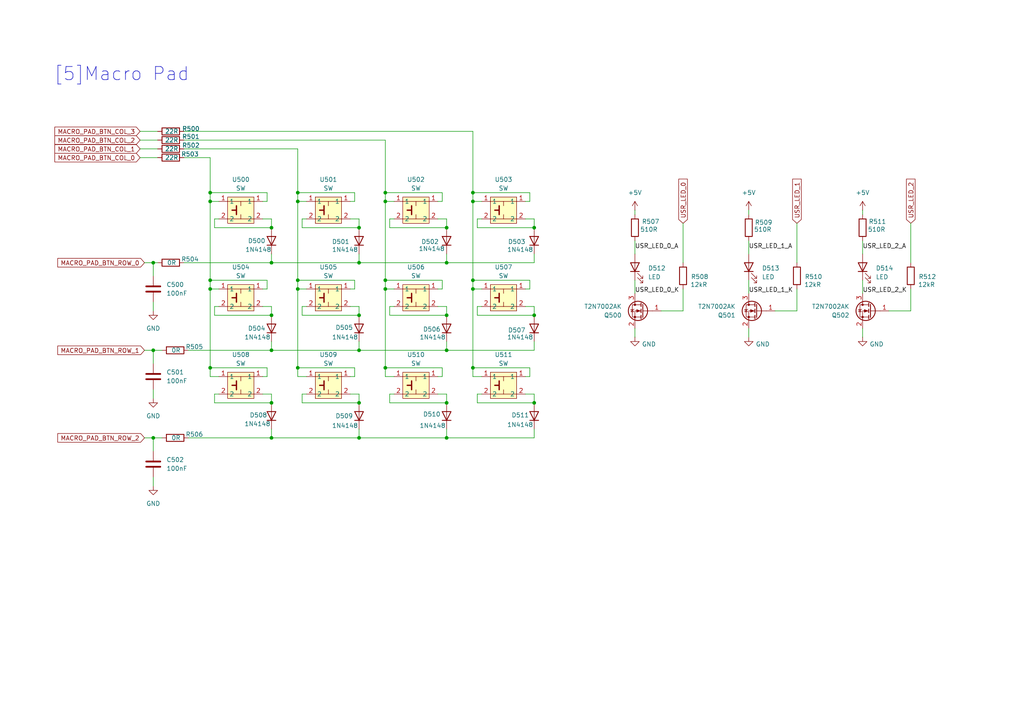
<source format=kicad_sch>
(kicad_sch (version 20231120) (generator "eeschema") (generator_version "8.0")
  (paper "A4")
  (lib_symbols
    (symbol "Device:C" (pin_numbers hide) (pin_names (offset 0.254))
      (property "Reference" "C" (at 0.635 2.54 0))
      (property "Value" "C" (at 0.635 -2.54 0))
      (symbol "C_0_1"
        (polyline (pts (xy -2.032 -0.762) (xy 2.032 -0.762)) (stroke (width 0.508)))
        (polyline (pts (xy -2.032 0.762) (xy 2.032 0.762)) (stroke (width 0.508)))
      )
      (symbol "C_1_1"
        (pin passive line (at 0 3.81 270) (length 2.794) (name "~") (number "1"))
        (pin passive line (at 0 -3.81 90) (length 2.794) (name "~") (number "2"))
      )
    )
    (symbol "Device:D" (pin_numbers hide) (pin_names (offset 1.016) hide)
      (property "Reference" "D" (at 0 2.54 0))
      (property "Value" "D" (at 0 -2.54 0))
      (symbol "D_0_1"
        (polyline (pts (xy -1.27 1.27) (xy -1.27 -1.27)) (stroke (width 0.254)))
        (polyline (pts (xy 1.27 0) (xy -1.27 0)))
        (polyline (pts (xy 1.27 1.27) (xy 1.27 -1.27) (xy -1.27 0) (xy 1.27 1.27)) (stroke (width 0.254)))
      )
      (symbol "D_1_1"
        (pin passive line (at -3.81 0 0) (length 2.54) (name "K") (number "1"))
        (pin passive line (at 3.81 0 180) (length 2.54) (name "A") (number "2"))
      )
    )
    (symbol "Device:LED" (pin_numbers hide) (pin_names (offset 1.016) hide)
      (property "Reference" "D" (at 0 2.54 0))
      (property "Value" "LED" (at 0 -2.54 0))
      (symbol "LED_0_1"
        (polyline (pts (xy -1.27 -1.27) (xy -1.27 1.27)) (stroke (width 0.254)))
        (polyline (pts (xy -1.27 0) (xy 1.27 0)))
        (polyline (pts (xy 1.27 -1.27) (xy 1.27 1.27) (xy -1.27 0) (xy 1.27 -1.27)) (stroke (width 0.254)))
        (polyline (pts (xy -3.048 -0.762) (xy -4.572 -2.286) (xy -3.81 -2.286) (xy -4.572 -2.286) (xy -4.572 -1.524)))
        (polyline (pts (xy -1.778 -0.762) (xy -3.302 -2.286) (xy -2.54 -2.286) (xy -3.302 -2.286) (xy -3.302 -1.524)))
      )
      (symbol "LED_1_1"
        (pin passive line (at -3.81 0 0) (length 2.54) (name "K") (number "1"))
        (pin passive line (at 3.81 0 180) (length 2.54) (name "A") (number "2"))
      )
    )
    (symbol "Device:R" (pin_numbers hide) (pin_names (offset 0))
      (property "Reference" "R" (at 2.032 0 90))
      (property "Value" "R" (at 0 0 90))
      (symbol "R_0_1"
        (rectangle (start -1.016 -2.54) (end 1.016 2.54) (stroke (width 0.254)))
      )
      (symbol "R_1_1"
        (pin passive line (at 0 3.81 270) (length 1.27) (name "~") (number "1"))
        (pin passive line (at 0 -3.81 90) (length 1.27) (name "~") (number "2"))
      )
    )
    (symbol "SW_PUSH_6mm_H5mm_3"
      (property "Reference" "U" (at 0 5.842 0))
      (property "Value" "SW" (at 0 3.81 0))
      (symbol "SW_PUSH_6mm_H5mm_3_0_1"
        (polyline (pts (xy -3.81 -3.81) (xy 3.81 -3.81)))
        (polyline (pts (xy -3.81 1.27) (xy 3.81 1.27)))
        (polyline (pts (xy 0 -3.81) (xy 0 -2.54)))
        (polyline (pts (xy 0 1.27) (xy 0 0)))
      )
      (symbol "SW_PUSH_6mm_H5mm_3_1_1"
        (rectangle (start -3.81 2.54) (end 3.81 -5.08) (fill (type background)))
        (polyline (pts (xy -2.54 -1.27) (xy -1.27 -1.27) (xy -1.27 0) (xy -1.27 -2.54)) (stroke (width 0.381)))
        (pin passive line (at -6.35 1.27 0) (length 2.54) (name "1") (number "1"))
        (pin passive line (at 6.35 1.27 180) (length 2.54) (name "1") (number "1"))
        (pin passive line (at -6.35 -3.81 0) (length 2.54) (name "2") (number "2"))
        (pin passive line (at 6.35 -3.81 180) (length 2.54) (name "2") (number "2"))
      )
    )
    (symbol "SW_PUSH_6mm_H5mm_4"
      (property "Reference" "U" (at 0 5.842 0))
      (property "Value" "SW" (at 0 3.81 0))
      (symbol "SW_PUSH_6mm_H5mm_4_0_1"
        (polyline (pts (xy -3.81 -3.81) (xy 3.81 -3.81)))
        (polyline (pts (xy -3.81 1.27) (xy 3.81 1.27)))
        (polyline (pts (xy 0 -3.81) (xy 0 -2.54)))
        (polyline (pts (xy 0 1.27) (xy 0 0)))
      )
      (symbol "SW_PUSH_6mm_H5mm_4_1_1"
        (rectangle (start -3.81 2.54) (end 3.81 -5.08) (fill (type background)))
        (polyline (pts (xy -2.54 -1.27) (xy -1.27 -1.27) (xy -1.27 0) (xy -1.27 -2.54)) (stroke (width 0.381)))
        (pin passive line (at -6.35 1.27 0) (length 2.54) (name "1") (number "1"))
        (pin passive line (at 6.35 1.27 180) (length 2.54) (name "1") (number "1"))
        (pin passive line (at -6.35 -3.81 0) (length 2.54) (name "2") (number "2"))
        (pin passive line (at 6.35 -3.81 180) (length 2.54) (name "2") (number "2"))
      )
    )
    (symbol "Transistor_FET:T2N7002AK" (pin_names hide)
      (property "Reference" "Q" (at 5.08 1.905 0))
      (property "Value" "T2N7002AK" (at 5.08 0 0))
      (symbol "T2N7002AK_0_1"
        (polyline (pts (xy 0.254 0) (xy -2.54 0)))
        (polyline (pts (xy 0.254 1.905) (xy 0.254 -1.905)) (stroke (width 0.254)))
        (polyline (pts (xy 0.762 -1.27) (xy 0.762 -2.286)) (stroke (width 0.254)))
        (polyline (pts (xy 0.762 0.508) (xy 0.762 -0.508)) (stroke (width 0.254)))
        (polyline (pts (xy 0.762 2.286) (xy 0.762 1.27)) (stroke (width 0.254)))
        (polyline (pts (xy 2.54 2.54) (xy 2.54 1.778)))
        (polyline (pts (xy 2.54 -2.54) (xy 2.54 0) (xy 0.762 0)))
        (polyline (pts (xy 0.762 -1.778) (xy 3.302 -1.778) (xy 3.302 1.778) (xy 0.762 1.778)))
        (polyline (pts (xy 1.016 0) (xy 2.032 0.381) (xy 2.032 -0.381) (xy 1.016 0)) (fill (type outline)))
        (polyline (pts (xy 2.794 0.508) (xy 2.921 0.381) (xy 3.683 0.381) (xy 3.81 0.254)))
        (polyline (pts (xy 3.302 0.381) (xy 2.921 -0.254) (xy 3.683 -0.254) (xy 3.302 0.381)))
        (circle (center 1.651 0) (radius 2.794) (stroke (width 0.254)))
        (circle (center 2.54 -1.778) (radius 0.254) (fill (type outline)))
        (circle (center 2.54 1.778) (radius 0.254) (fill (type outline)))
      )
      (symbol "T2N7002AK_1_1"
        (pin input line (at -5.08 0 0) (length 2.54) (name "G") (number "1"))
        (pin passive line (at 2.54 -5.08 90) (length 2.54) (name "S") (number "2"))
        (pin passive line (at 2.54 5.08 270) (length 2.54) (name "D") (number "3"))
      )
    )
    (symbol "power:+5V" (power) (pin_numbers hide) (pin_names (offset 0) hide)
      (property "Value" "+5V" (at 0 3.556 0))
      (symbol "+5V_0_1"
        (polyline (pts (xy -0.762 1.27) (xy 0 2.54)))
        (polyline (pts (xy 0 0) (xy 0 2.54)))
        (polyline (pts (xy 0 2.54) (xy 0.762 1.27)))
      )
      (symbol "+5V_1_1"
        (pin power_in line (at 0 0 90) (length 0) (name "~") (number "1"))
      )
    )
    (symbol "power:GND" (power) (pin_numbers hide) (pin_names (offset 0) hide)
      (property "Value" "GND" (at 0 -3.81 0))
      (symbol "GND_0_1"
        (polyline (pts (xy 0 0) (xy 0 -1.27) (xy 1.27 -1.27) (xy 0 -2.54) (xy -1.27 -1.27) (xy 0 -1.27)))
      )
      (symbol "GND_1_1"
        (pin power_in line (at 0 0 270) (length 0) (name "~") (number "1"))
      )
    )
    (symbol "rpi_pico_media_board:SW_PUSH_6mm_H5mm"
      (property "Reference" "U" (at 0 5.842 0))
      (property "Value" "SW" (at 0 3.81 0))
      (symbol "SW_PUSH_6mm_H5mm_0_1"
        (polyline (pts (xy -3.81 -3.81) (xy 3.81 -3.81)))
        (polyline (pts (xy -3.81 1.27) (xy 3.81 1.27)))
        (polyline (pts (xy 0 -3.81) (xy 0 -2.54)))
        (polyline (pts (xy 0 1.27) (xy 0 0)))
      )
      (symbol "SW_PUSH_6mm_H5mm_1_1"
        (rectangle (start -3.81 2.54) (end 3.81 -5.08) (fill (type background)))
        (polyline (pts (xy -2.54 -1.27) (xy -1.27 -1.27) (xy -1.27 0) (xy -1.27 -2.54)) (stroke (width 0.381)))
        (pin passive line (at -6.35 1.27 0) (length 2.54) (name "1") (number "1"))
        (pin passive line (at 6.35 1.27 180) (length 2.54) (name "1") (number "1"))
        (pin passive line (at -6.35 -3.81 0) (length 2.54) (name "2") (number "2"))
        (pin passive line (at 6.35 -3.81 180) (length 2.54) (name "2") (number "2"))
      )
    )
  )
  (junction (at 60.96 81.28))
  (junction (at 111.76 58.42))
  (junction (at 111.76 83.82))
  (junction (at 137.16 55.88))
  (junction (at 154.94 116.84))
  (junction (at 104.14 66.04))
  (junction (at 78.74 116.84))
  (junction (at 111.76 106.68))
  (junction (at 129.54 76.2))
  (junction (at 137.16 58.42))
  (junction (at 44.45 76.2))
  (junction (at 86.36 58.42))
  (junction (at 78.74 101.6))
  (junction (at 44.45 127))
  (junction (at 111.76 81.28))
  (junction (at 154.94 66.04))
  (junction (at 137.16 83.82))
  (junction (at 104.14 101.6))
  (junction (at 137.16 106.68))
  (junction (at 78.74 91.44))
  (junction (at 104.14 116.84))
  (junction (at 111.76 55.88))
  (junction (at 104.14 76.2))
  (junction (at 60.96 55.88))
  (junction (at 129.54 127))
  (junction (at 60.96 58.42))
  (junction (at 86.36 106.68))
  (junction (at 78.74 127))
  (junction (at 104.14 91.44))
  (junction (at 129.54 116.84))
  (junction (at 86.36 83.82))
  (junction (at 154.94 91.44))
  (junction (at 44.45 101.6))
  (junction (at 86.36 81.28))
  (junction (at 60.96 106.68))
  (junction (at 78.74 66.04))
  (junction (at 137.16 81.28))
  (junction (at 129.54 66.04))
  (junction (at 78.74 76.2))
  (junction (at 129.54 91.44))
  (junction (at 104.14 127))
  (junction (at 86.36 55.88))
  (junction (at 129.54 101.6))
  (junction (at 60.96 83.82))
  (wire (pts (xy 138.43 66.04) (xy 154.94 66.04)))
  (wire (pts (xy 153.67 55.88) (xy 137.16 55.88)))
  (wire (pts (xy 111.76 58.42) (xy 114.3 58.42)))
  (wire (pts (xy 86.36 81.28) (xy 86.36 83.82)))
  (wire (pts (xy 129.54 127) (xy 129.54 124.46)))
  (wire (pts (xy 184.15 60.96) (xy 184.15 62.23)))
  (wire (pts (xy 114.3 114.3) (xy 113.03 114.3)))
  (wire (pts (xy 78.74 76.2) (xy 104.14 76.2)))
  (wire (pts (xy 60.96 45.72) (xy 60.96 55.88)))
  (wire (pts (xy 153.67 83.82) (xy 153.67 81.28)))
  (wire (pts (xy 101.6 114.3) (xy 104.14 114.3)))
  (wire (pts (xy 44.45 113.03) (xy 44.45 115.57)))
  (wire (pts (xy 129.54 88.9) (xy 129.54 91.44)))
  (wire (pts (xy 138.43 63.5) (xy 138.43 66.04)))
  (wire (pts (xy 62.23 88.9) (xy 62.23 91.44)))
  (wire (pts (xy 139.7 114.3) (xy 138.43 114.3)))
  (wire (pts (xy 78.74 73.66) (xy 78.74 76.2)))
  (wire (pts (xy 87.63 116.84) (xy 104.14 116.84)))
  (wire (pts (xy 87.63 91.44) (xy 104.14 91.44)))
  (wire (pts (xy 153.67 81.28) (xy 137.16 81.28)))
  (wire (pts (xy 40.64 38.1) (xy 45.72 38.1)))
  (wire (pts (xy 104.14 76.2) (xy 129.54 76.2)))
  (wire (pts (xy 184.15 81.28) (xy 184.15 85.09)))
  (wire (pts (xy 154.94 127) (xy 154.94 124.46)))
  (wire (pts (xy 60.96 58.42) (xy 60.96 81.28)))
  (wire (pts (xy 53.34 38.1) (xy 137.16 38.1)))
  (wire (pts (xy 128.27 83.82) (xy 128.27 81.28)))
  (wire (pts (xy 62.23 91.44) (xy 78.74 91.44)))
  (wire (pts (xy 154.94 101.6) (xy 154.94 99.06)))
  (wire (pts (xy 104.14 101.6) (xy 129.54 101.6)))
  (wire (pts (xy 87.63 66.04) (xy 104.14 66.04)))
  (wire (pts (xy 154.94 88.9) (xy 154.94 91.44)))
  (wire (pts (xy 217.17 81.28) (xy 217.17 85.09)))
  (wire (pts (xy 153.67 109.22) (xy 153.67 106.68)))
  (wire (pts (xy 113.03 88.9) (xy 113.03 91.44)))
  (wire (pts (xy 78.74 101.6) (xy 104.14 101.6)))
  (wire (pts (xy 138.43 88.9) (xy 138.43 91.44)))
  (wire (pts (xy 60.96 109.22) (xy 63.5 109.22)))
  (wire (pts (xy 264.16 64.77) (xy 264.16 76.2)))
  (wire (pts (xy 101.6 63.5) (xy 104.14 63.5)))
  (wire (pts (xy 152.4 58.42) (xy 153.67 58.42)))
  (wire (pts (xy 60.96 58.42) (xy 63.5 58.42)))
  (wire (pts (xy 113.03 116.84) (xy 129.54 116.84)))
  (wire (pts (xy 111.76 83.82) (xy 111.76 106.68)))
  (wire (pts (xy 128.27 55.88) (xy 111.76 55.88)))
  (wire (pts (xy 113.03 91.44) (xy 129.54 91.44)))
  (wire (pts (xy 102.87 83.82) (xy 102.87 81.28)))
  (wire (pts (xy 137.16 55.88) (xy 137.16 58.42)))
  (wire (pts (xy 154.94 76.2) (xy 154.94 73.66)))
  (wire (pts (xy 111.76 58.42) (xy 111.76 81.28)))
  (wire (pts (xy 86.36 43.18) (xy 86.36 55.88)))
  (wire (pts (xy 44.45 101.6) (xy 46.99 101.6)))
  (wire (pts (xy 78.74 127) (xy 104.14 127)))
  (wire (pts (xy 129.54 114.3) (xy 129.54 116.84)))
  (wire (pts (xy 77.47 81.28) (xy 60.96 81.28)))
  (wire (pts (xy 86.36 109.22) (xy 88.9 109.22)))
  (wire (pts (xy 111.76 40.64) (xy 111.76 55.88)))
  (wire (pts (xy 137.16 83.82) (xy 139.7 83.82)))
  (wire (pts (xy 127 58.42) (xy 128.27 58.42)))
  (wire (pts (xy 78.74 88.9) (xy 78.74 91.44)))
  (wire (pts (xy 231.14 64.77) (xy 231.14 76.2)))
  (wire (pts (xy 78.74 114.3) (xy 78.74 116.84)))
  (wire (pts (xy 152.4 114.3) (xy 154.94 114.3)))
  (wire (pts (xy 127 83.82) (xy 128.27 83.82)))
  (wire (pts (xy 113.03 66.04) (xy 129.54 66.04)))
  (wire (pts (xy 127 88.9) (xy 129.54 88.9)))
  (wire (pts (xy 129.54 101.6) (xy 154.94 101.6)))
  (wire (pts (xy 111.76 81.28) (xy 111.76 83.82)))
  (wire (pts (xy 111.76 106.68) (xy 111.76 109.22)))
  (wire (pts (xy 114.3 88.9) (xy 113.03 88.9)))
  (wire (pts (xy 111.76 55.88) (xy 111.76 58.42)))
  (wire (pts (xy 101.6 58.42) (xy 102.87 58.42)))
  (wire (pts (xy 44.45 76.2) (xy 44.45 80.01)))
  (wire (pts (xy 129.54 63.5) (xy 129.54 66.04)))
  (wire (pts (xy 184.15 95.25) (xy 184.15 97.79)))
  (wire (pts (xy 231.14 83.82) (xy 231.14 90.17)))
  (wire (pts (xy 60.96 81.28) (xy 60.96 83.82)))
  (wire (pts (xy 217.17 95.25) (xy 217.17 97.79)))
  (wire (pts (xy 60.96 83.82) (xy 63.5 83.82)))
  (wire (pts (xy 137.16 83.82) (xy 137.16 106.68)))
  (wire (pts (xy 184.15 69.85) (xy 184.15 73.66)))
  (wire (pts (xy 40.64 43.18) (xy 45.72 43.18)))
  (wire (pts (xy 44.45 138.43) (xy 44.45 140.97)))
  (wire (pts (xy 86.36 58.42) (xy 88.9 58.42)))
  (wire (pts (xy 113.03 114.3) (xy 113.03 116.84)))
  (wire (pts (xy 138.43 116.84) (xy 154.94 116.84)))
  (wire (pts (xy 60.96 55.88) (xy 60.96 58.42)))
  (wire (pts (xy 41.91 127) (xy 44.45 127)))
  (wire (pts (xy 101.6 83.82) (xy 102.87 83.82)))
  (wire (pts (xy 137.16 58.42) (xy 137.16 81.28)))
  (wire (pts (xy 102.87 58.42) (xy 102.87 55.88)))
  (wire (pts (xy 53.34 76.2) (xy 78.74 76.2)))
  (wire (pts (xy 217.17 69.85) (xy 217.17 73.66)))
  (wire (pts (xy 41.91 101.6) (xy 44.45 101.6)))
  (wire (pts (xy 78.74 66.04) (xy 78.74 63.5)))
  (wire (pts (xy 60.96 83.82) (xy 60.96 106.68)))
  (wire (pts (xy 111.76 109.22) (xy 114.3 109.22)))
  (wire (pts (xy 128.27 58.42) (xy 128.27 55.88)))
  (wire (pts (xy 102.87 81.28) (xy 86.36 81.28)))
  (wire (pts (xy 102.87 106.68) (xy 86.36 106.68)))
  (wire (pts (xy 129.54 127) (xy 154.94 127)))
  (wire (pts (xy 53.34 45.72) (xy 60.96 45.72)))
  (wire (pts (xy 198.12 83.82) (xy 198.12 90.17)))
  (wire (pts (xy 128.27 106.68) (xy 111.76 106.68)))
  (wire (pts (xy 152.4 83.82) (xy 153.67 83.82)))
  (wire (pts (xy 78.74 63.5) (xy 76.2 63.5)))
  (wire (pts (xy 62.23 114.3) (xy 62.23 116.84)))
  (wire (pts (xy 41.91 76.2) (xy 44.45 76.2)))
  (wire (pts (xy 137.16 81.28) (xy 137.16 83.82)))
  (wire (pts (xy 40.64 45.72) (xy 45.72 45.72)))
  (wire (pts (xy 129.54 101.6) (xy 129.54 99.06)))
  (wire (pts (xy 138.43 114.3) (xy 138.43 116.84)))
  (wire (pts (xy 88.9 88.9) (xy 87.63 88.9)))
  (wire (pts (xy 104.14 127) (xy 129.54 127)))
  (wire (pts (xy 44.45 101.6) (xy 44.45 105.41)))
  (wire (pts (xy 78.74 127) (xy 78.74 124.46)))
  (wire (pts (xy 154.94 63.5) (xy 154.94 66.04)))
  (wire (pts (xy 63.5 63.5) (xy 62.23 63.5)))
  (wire (pts (xy 88.9 63.5) (xy 87.63 63.5)))
  (wire (pts (xy 250.19 60.96) (xy 250.19 62.23)))
  (wire (pts (xy 152.4 63.5) (xy 154.94 63.5)))
  (wire (pts (xy 137.16 109.22) (xy 139.7 109.22)))
  (wire (pts (xy 87.63 88.9) (xy 87.63 91.44)))
  (wire (pts (xy 137.16 38.1) (xy 137.16 55.88)))
  (wire (pts (xy 44.45 127) (xy 44.45 130.81)))
  (wire (pts (xy 217.17 60.96) (xy 217.17 62.23)))
  (wire (pts (xy 152.4 88.9) (xy 154.94 88.9)))
  (wire (pts (xy 76.2 88.9) (xy 78.74 88.9)))
  (wire (pts (xy 63.5 88.9) (xy 62.23 88.9)))
  (wire (pts (xy 127 63.5) (xy 129.54 63.5)))
  (wire (pts (xy 127 109.22) (xy 128.27 109.22)))
  (wire (pts (xy 87.63 63.5) (xy 87.63 66.04)))
  (wire (pts (xy 86.36 106.68) (xy 86.36 109.22)))
  (wire (pts (xy 128.27 109.22) (xy 128.27 106.68)))
  (wire (pts (xy 154.94 114.3) (xy 154.94 116.84)))
  (wire (pts (xy 102.87 55.88) (xy 86.36 55.88)))
  (wire (pts (xy 44.45 76.2) (xy 45.72 76.2)))
  (wire (pts (xy 250.19 95.25) (xy 250.19 97.79)))
  (wire (pts (xy 250.19 81.28) (xy 250.19 85.09)))
  (wire (pts (xy 127 114.3) (xy 129.54 114.3)))
  (wire (pts (xy 153.67 106.68) (xy 137.16 106.68)))
  (wire (pts (xy 62.23 63.5) (xy 62.23 66.04)))
  (wire (pts (xy 264.16 83.82) (xy 264.16 90.17)))
  (wire (pts (xy 138.43 91.44) (xy 154.94 91.44)))
  (wire (pts (xy 63.5 114.3) (xy 62.23 114.3)))
  (wire (pts (xy 113.03 63.5) (xy 113.03 66.04)))
  (wire (pts (xy 77.47 83.82) (xy 77.47 81.28)))
  (wire (pts (xy 104.14 88.9) (xy 104.14 91.44)))
  (wire (pts (xy 76.2 83.82) (xy 77.47 83.82)))
  (wire (pts (xy 153.67 58.42) (xy 153.67 55.88)))
  (wire (pts (xy 104.14 73.66) (xy 104.14 76.2)))
  (wire (pts (xy 137.16 106.68) (xy 137.16 109.22)))
  (wire (pts (xy 77.47 106.68) (xy 60.96 106.68)))
  (wire (pts (xy 76.2 109.22) (xy 77.47 109.22)))
  (wire (pts (xy 101.6 88.9) (xy 104.14 88.9)))
  (wire (pts (xy 137.16 58.42) (xy 139.7 58.42)))
  (wire (pts (xy 62.23 116.84) (xy 78.74 116.84)))
  (wire (pts (xy 104.14 114.3) (xy 104.14 116.84)))
  (wire (pts (xy 77.47 58.42) (xy 77.47 55.88)))
  (wire (pts (xy 86.36 58.42) (xy 86.36 81.28)))
  (wire (pts (xy 104.14 127) (xy 104.14 124.46)))
  (wire (pts (xy 78.74 101.6) (xy 78.74 99.06)))
  (wire (pts (xy 62.23 66.04) (xy 78.74 66.04)))
  (wire (pts (xy 257.81 90.17) (xy 264.16 90.17)))
  (wire (pts (xy 111.76 83.82) (xy 114.3 83.82)))
  (wire (pts (xy 139.7 88.9) (xy 138.43 88.9)))
  (wire (pts (xy 128.27 81.28) (xy 111.76 81.28)))
  (wire (pts (xy 40.64 40.64) (xy 45.72 40.64)))
  (wire (pts (xy 77.47 109.22) (xy 77.47 106.68)))
  (wire (pts (xy 129.54 76.2) (xy 154.94 76.2)))
  (wire (pts (xy 198.12 64.77) (xy 198.12 76.2)))
  (wire (pts (xy 77.47 55.88) (xy 60.96 55.88)))
  (wire (pts (xy 104.14 101.6) (xy 104.14 99.06)))
  (wire (pts (xy 152.4 109.22) (xy 153.67 109.22)))
  (wire (pts (xy 53.34 43.18) (xy 86.36 43.18)))
  (wire (pts (xy 44.45 127) (xy 46.99 127)))
  (wire (pts (xy 250.19 69.85) (xy 250.19 73.66)))
  (wire (pts (xy 54.61 101.6) (xy 78.74 101.6)))
  (wire (pts (xy 104.14 63.5) (xy 104.14 66.04)))
  (wire (pts (xy 44.45 87.63) (xy 44.45 90.17)))
  (wire (pts (xy 54.61 127) (xy 78.74 127)))
  (wire (pts (xy 191.77 90.17) (xy 198.12 90.17)))
  (wire (pts (xy 86.36 83.82) (xy 88.9 83.82)))
  (wire (pts (xy 101.6 109.22) (xy 102.87 109.22)))
  (wire (pts (xy 60.96 106.68) (xy 60.96 109.22)))
  (wire (pts (xy 53.34 40.64) (xy 111.76 40.64)))
  (wire (pts (xy 102.87 109.22) (xy 102.87 106.68)))
  (wire (pts (xy 114.3 63.5) (xy 113.03 63.5)))
  (wire (pts (xy 224.79 90.17) (xy 231.14 90.17)))
  (wire (pts (xy 88.9 114.3) (xy 87.63 114.3)))
  (wire (pts (xy 86.36 55.88) (xy 86.36 58.42)))
  (wire (pts (xy 76.2 114.3) (xy 78.74 114.3)))
  (wire (pts (xy 76.2 58.42) (xy 77.47 58.42)))
  (wire (pts (xy 86.36 83.82) (xy 86.36 106.68)))
  (wire (pts (xy 87.63 114.3) (xy 87.63 116.84)))
  (wire (pts (xy 129.54 73.66) (xy 129.54 76.2)))
  (wire (pts (xy 139.7 63.5) (xy 138.43 63.5)))
  (text "[5]Macro Pad" (at 35.306 21.59 0) (effects (font (size 3.81 3.81))))
  (label "USR_LED_2_A" (at 250.19 72.39 0))
  (label "USR_LED_2_K" (at 250.19 85.09 0))
  (label "USR_LED_1_A" (at 217.17 72.39 0))
  (label "USR_LED_1_K" (at 217.17 85.09 0))
  (label "USR_LED_0_K" (at 184.15 85.09 0))
  (label "USR_LED_0_A" (at 184.15 72.39 0))
  (global_label "MACRO_PAD_BTN_ROW_0" (shape input) (at 41.91 76.2 180) (property "Intersheetrefs" "${INTERSHEET_REFS}" (effects (hide yes))))
  (global_label "MACRO_PAD_BTN_COL_3" (shape input) (at 40.64 38.1 180) (property "Intersheetrefs" "${INTERSHEET_REFS}" (effects (hide yes))))
  (global_label "MACRO_PAD_BTN_COL_1" (shape input) (at 40.64 43.18 180) (property "Intersheetrefs" "${INTERSHEET_REFS}" (effects (hide yes))))
  (global_label "USR_LED_0" (shape input) (at 198.12 64.77 90) (property "Intersheetrefs" "${INTERSHEET_REFS}" (effects (hide yes))))
  (global_label "MACRO_PAD_BTN_ROW_2" (shape input) (at 41.91 127 180) (property "Intersheetrefs" "${INTERSHEET_REFS}" (effects (hide yes))))
  (global_label "USR_LED_1" (shape input) (at 231.14 64.77 90) (property "Intersheetrefs" "${INTERSHEET_REFS}" (effects (hide yes))))
  (global_label "MACRO_PAD_BTN_COL_2" (shape input) (at 40.64 40.64 180) (property "Intersheetrefs" "${INTERSHEET_REFS}" (effects (hide yes))))
  (global_label "MACRO_PAD_BTN_ROW_1" (shape input) (at 41.91 101.6 180) (property "Intersheetrefs" "${INTERSHEET_REFS}" (effects (hide yes))))
  (global_label "USR_LED_2" (shape input) (at 264.16 64.77 90) (property "Intersheetrefs" "${INTERSHEET_REFS}" (effects (hide yes))))
  (global_label "MACRO_PAD_BTN_COL_0" (shape input) (at 40.64 45.72 180) (property "Intersheetrefs" "${INTERSHEET_REFS}" (effects (hide yes))))
  (symbol (lib_id "rpi_pico_media_board:SW_PUSH_6mm_H5mm") (at 120.65 85.09 0) (unit 1)
    (property "Reference" "U506" (at 120.65 77.47 0))
    (property "Value" "SW" (at 120.65 80.01 0))
    (property "Footprint" "rpi_pico_media_board:SW_PUSH_6mm_H5mm" (effects (hide yes)))
    (property "Manufacturer" "SM Switch" (effects (hide yes)))
    (property "Manufacturer Part Number" "SMG-01-H080A1" (effects (hide yes)))
  )
  (symbol (lib_id "Device:D") (at 104.14 120.65 90) (unit 1)
    (property "Reference" "D509" (at 97.282 120.65 90) (effects (justify right)))
    (property "Value" "1N4148" (at 96.266 123.444 90) (effects (justify right)))
    (property "Footprint" "Diode_SMD:D_SOD-123" (effects (hide yes)))
    (property "Description" "Diode" (effects (hide yes)))
    (property "Sim.Device" "D" (effects (hide yes)))
    (property "Sim.Pins" "1=K 2=A" (effects (hide yes)))
    (property "Manufacturer" "Jiangsu Changjing Electronics Technology Co., Ltd." (effects (hide yes)))
    (property "Manufacturer Part Number" "1N4148W" (effects (hide yes)))
  )
  (symbol (lib_id "Transistor_FET:T2N7002AK") (at 186.69 90.17 0) (mirror y) (unit 1)
    (property "Reference" "Q500" (at 180.34 91.4401 0) (effects (justify left)))
    (property "Value" "T2N7002AK" (at 180.34 88.9001 0) (effects (justify left)))
    (property "Footprint" "Package_TO_SOT_SMD:SOT-23" (effects (hide yes)))
    (property "Datasheet" "https://toshiba.semicon-storage.com/info/docget.jsp?did=29712&prodName=T2N7002AK" (effects (hide yes)))
    (property "Description" "60V Vds, 0.2A Id, N-Channel MOSFET, SOT-23" (effects (hide yes)))
    (property "Manufacturer" "TOSHIBA" (effects (hide yes)))
    (property "Manufacturer Part Number" "T2N7002AK,LM" (effects (hide yes)))
  )
  (symbol (lib_id "Device:D") (at 154.94 120.65 90) (unit 1)
    (property "Reference" "D511" (at 148.336 120.396 90) (effects (justify right)))
    (property "Value" "1N4148" (at 147.066 123.19 90) (effects (justify right)))
    (property "Footprint" "Diode_SMD:D_SOD-123" (effects (hide yes)))
    (property "Description" "Diode" (effects (hide yes)))
    (property "Sim.Device" "D" (effects (hide yes)))
    (property "Sim.Pins" "1=K 2=A" (effects (hide yes)))
    (property "Manufacturer" "Jiangsu Changjing Electronics Technology Co., Ltd." (effects (hide yes)))
    (property "Manufacturer Part Number" "1N4148W" (effects (hide yes)))
  )
  (symbol (lib_id "rpi_pico_media_board:SW_PUSH_6mm_H5mm") (at 146.05 110.49 0) (unit 1)
    (property "Reference" "U511" (at 146.05 102.87 0))
    (property "Value" "SW" (at 146.05 105.41 0))
    (property "Footprint" "rpi_pico_media_board:SW_PUSH_6mm_H5mm" (effects (hide yes)))
    (property "Manufacturer" "SM Switch" (effects (hide yes)))
    (property "Manufacturer Part Number" "SMG-01-H080A1" (effects (hide yes)))
  )
  (symbol (lib_id "Device:R") (at 264.16 80.01 180) (unit 1)
    (property "Reference" "R512" (at 268.986 80.264 0))
    (property "Value" "12kR" (at 268.732 82.55 0))
    (property "Footprint" "Resistor_SMD:R_0603_1608Metric" (effects (hide yes)))
    (property "Description" "Resistor" (effects (hide yes)))
    (property "Manufacturer" "UNI-ROYAL(Uniroyal Elec)" (effects (hide yes)))
    (property "Manufacturer Part Number" "0603WAF1202T5E" (effects (hide yes)))
  )
  (symbol (lib_id "power:GND") (at 184.15 97.79 0) (unit 1)
    (property "Reference" "#PWR058" (effects (hide yes)))
    (property "Value" "GND" (at 188.214 99.822 0))
    (property "Description" "Power symbol creates a global label with name \"GND\" , ground" (effects (hide yes)))
  )
  (symbol (lib_id "Device:D") (at 104.14 69.85 90) (unit 1)
    (property "Reference" "D501" (at 96.266 70.104 90) (effects (justify right)))
    (property "Value" "1N4148" (at 96.266 72.39 90) (effects (justify right)))
    (property "Footprint" "Diode_SMD:D_SOD-123" (effects (hide yes)))
    (property "Description" "Diode" (effects (hide yes)))
    (property "Sim.Device" "D" (effects (hide yes)))
    (property "Sim.Pins" "1=K 2=A" (effects (hide yes)))
    (property "Manufacturer" "Jiangsu Changjing Electronics Technology Co., Ltd." (effects (hide yes)))
    (property "Manufacturer Part Number" "1N4148W" (effects (hide yes)))
  )
  (symbol (lib_id "Device:D") (at 154.94 69.85 90) (unit 1)
    (property "Reference" "D503" (at 147.32 70.104 90) (effects (justify right)))
    (property "Value" "1N4148" (at 147.066 72.39 90) (effects (justify right)))
    (property "Footprint" "Diode_SMD:D_SOD-123" (effects (hide yes)))
    (property "Description" "Diode" (effects (hide yes)))
    (property "Sim.Device" "D" (effects (hide yes)))
    (property "Sim.Pins" "1=K 2=A" (effects (hide yes)))
    (property "Manufacturer" "Jiangsu Changjing Electronics Technology Co., Ltd." (effects (hide yes)))
    (property "Manufacturer Part Number" "1N4148W" (effects (hide yes)))
  )
  (symbol (lib_id "Device:C") (at 44.45 134.62 0) (unit 1)
    (property "Reference" "C502" (at 48.26 133.3499 0) (effects (justify left)))
    (property "Value" "100nF" (at 48.26 135.8899 0) (effects (justify left)))
    (property "Footprint" "Capacitor_SMD:C_0603_1608Metric" (effects (hide yes)))
    (property "Description" "Unpolarized capacitor" (effects (hide yes)))
    (property "Manufacturer" "Samsung Electro-Mechanics" (effects (hide yes)))
    (property "Manufacturer Part Number" "CL10B104KA8NNNC" (effects (hide yes)))
  )
  (symbol (lib_id "Device:R") (at 217.17 66.04 180) (unit 1)
    (property "Reference" "R509" (at 221.488 64.516 0))
    (property "Value" "510R" (at 221.234 66.548 0))
    (property "Footprint" "Resistor_SMD:R_0603_1608Metric" (effects (hide yes)))
    (property "Description" "Resistor" (effects (hide yes)))
    (property "Manufacturer" "UNI-ROYAL(Uniroyal Elec)" (effects (hide yes)))
    (property "Manufacturer Part Number" "0603WAF5100T5E" (effects (hide yes)))
  )
  (symbol (lib_id "Device:D") (at 129.54 120.65 90) (unit 1)
    (property "Reference" "D510" (at 122.682 120.142 90) (effects (justify right)))
    (property "Value" "1N4148" (at 121.666 123.444 90) (effects (justify right)))
    (property "Footprint" "Diode_SMD:D_SOD-123" (effects (hide yes)))
    (property "Description" "Diode" (effects (hide yes)))
    (property "Sim.Device" "D" (effects (hide yes)))
    (property "Sim.Pins" "1=K 2=A" (effects (hide yes)))
    (property "Manufacturer" "Jiangsu Changjing Electronics Technology Co., Ltd." (effects (hide yes)))
    (property "Manufacturer Part Number" "1N4148W" (effects (hide yes)))
  )
  (symbol (lib_id "Device:D") (at 154.94 95.25 90) (unit 1)
    (property "Reference" "D507" (at 147.32 95.758 90) (effects (justify right)))
    (property "Value" "1N4148" (at 147.066 97.79 90) (effects (justify right)))
    (property "Footprint" "Diode_SMD:D_SOD-123" (effects (hide yes)))
    (property "Description" "Diode" (effects (hide yes)))
    (property "Sim.Device" "D" (effects (hide yes)))
    (property "Sim.Pins" "1=K 2=A" (effects (hide yes)))
    (property "Manufacturer" "Jiangsu Changjing Electronics Technology Co., Ltd." (effects (hide yes)))
    (property "Manufacturer Part Number" "1N4148W" (effects (hide yes)))
  )
  (symbol (lib_id "power:+5V") (at 250.19 60.96 0) (unit 1)
    (property "Reference" "#PWR061" (effects (hide yes)))
    (property "Value" "+5V" (at 250.19 55.88 0))
    (property "Description" "Power symbol creates a global label with name \"+5V\"" (effects (hide yes)))
  )
  (symbol (lib_id "rpi_pico_media_board:SW_PUSH_6mm_H5mm") (at 95.25 110.49 0) (unit 1)
    (property "Reference" "U509" (at 95.25 102.87 0))
    (property "Value" "SW" (at 95.25 105.41 0))
    (property "Footprint" "rpi_pico_media_board:SW_PUSH_6mm_H5mm" (effects (hide yes)))
    (property "Manufacturer" "SM Switch" (effects (hide yes)))
    (property "Manufacturer Part Number" "SMG-01-H080A1" (effects (hide yes)))
  )
  (symbol (lib_id "rpi_pico_media_board:SW_PUSH_6mm_H5mm") (at 69.85 110.49 0) (unit 1)
    (property "Reference" "U508" (at 69.85 102.87 0))
    (property "Value" "SW" (at 69.85 105.41 0))
    (property "Footprint" "rpi_pico_media_board:SW_PUSH_6mm_H5mm" (effects (hide yes)))
    (property "Manufacturer" "SM Switch" (effects (hide yes)))
    (property "Manufacturer Part Number" "SMG-01-H080A1" (effects (hide yes)))
  )
  (symbol (lib_id "power:GND") (at 44.45 140.97 0) (unit 1)
    (property "Reference" "#PWR056" (effects (hide yes)))
    (property "Value" "GND" (at 44.45 146.05 0))
    (property "Description" "Power symbol creates a global label with name \"GND\" , ground" (effects (hide yes)))
  )
  (symbol (lib_id "Device:R") (at 50.8 127 90) (unit 1)
    (property "Reference" "R506" (at 56.388 125.984 90))
    (property "Value" "0R" (at 51.054 127 90))
    (property "Footprint" "Resistor_SMD:R_0603_1608Metric" (effects (hide yes)))
    (property "Description" "Resistor" (effects (hide yes)))
    (property "Manufacturer" "UNI-ROYAL(Uniroyal Elec)" (effects (hide yes)))
    (property "Manufacturer Part Number" "0603WAF0000T5E" (effects (hide yes)))
  )
  (symbol (lib_id "rpi_pico_media_board:SW_PUSH_6mm_H5mm") (at 120.65 110.49 0) (unit 1)
    (property "Reference" "U510" (at 120.65 102.87 0))
    (property "Value" "SW" (at 120.65 105.41 0))
    (property "Footprint" "rpi_pico_media_board:SW_PUSH_6mm_H5mm" (effects (hide yes)))
    (property "Manufacturer" "SM Switch" (effects (hide yes)))
    (property "Manufacturer Part Number" "SMG-01-H080A1" (effects (hide yes)))
  )
  (symbol (lib_id "Device:R") (at 184.15 66.04 180) (unit 1)
    (property "Reference" "R507" (at 188.722 64.262 0))
    (property "Value" "510R" (at 188.214 66.548 0))
    (property "Footprint" "Resistor_SMD:R_0603_1608Metric" (effects (hide yes)))
    (property "Description" "Resistor" (effects (hide yes)))
    (property "Manufacturer" "UNI-ROYAL(Uniroyal Elec)" (effects (hide yes)))
    (property "Manufacturer Part Number" "0603WAF5100T5E" (effects (hide yes)))
  )
  (symbol (lib_id "Device:R") (at 49.53 76.2 90) (unit 1)
    (property "Reference" "R504" (at 55.118 75.184 90))
    (property "Value" "0R" (at 49.784 76.2 90))
    (property "Footprint" "Resistor_SMD:R_0603_1608Metric" (effects (hide yes)))
    (property "Description" "Resistor" (effects (hide yes)))
    (property "Manufacturer" "UNI-ROYAL(Uniroyal Elec)" (effects (hide yes)))
    (property "Manufacturer Part Number" "0603WAF0000T5E" (effects (hide yes)))
  )
  (symbol (lib_id "Device:R") (at 198.12 80.01 180) (unit 1)
    (property "Reference" "R508" (at 202.946 80.264 0))
    (property "Value" "12kR" (at 202.692 82.55 0))
    (property "Footprint" "Resistor_SMD:R_0603_1608Metric" (effects (hide yes)))
    (property "Description" "Resistor" (effects (hide yes)))
    (property "Manufacturer" "UNI-ROYAL(Uniroyal Elec)" (effects (hide yes)))
    (property "Manufacturer Part Number" "0603WAF1202T5E" (effects (hide yes)))
  )
  (symbol (lib_id "power:+5V") (at 217.17 60.96 0) (unit 1)
    (property "Reference" "#PWR059" (effects (hide yes)))
    (property "Value" "+5V" (at 217.17 55.88 0))
    (property "Description" "Power symbol creates a global label with name \"+5V\"" (effects (hide yes)))
  )
  (symbol (lib_name "SW_PUSH_6mm_H5mm_3") (lib_id "rpi_pico_media_board:SW_PUSH_6mm_H5mm") (at 69.85 59.69 0) (unit 1)
    (property "Reference" "U500" (at 69.85 52.07 0))
    (property "Value" "SW" (at 69.85 54.61 0))
    (property "Footprint" "rpi_pico_media_board:SW_PUSH_6mm_H5mm" (effects (hide yes)))
    (property "Manufacturer" "SM Switch" (effects (hide yes)))
    (property "Manufacturer Part Number" "SMG-01-H080A1" (effects (hide yes)))
  )
  (symbol (lib_id "Device:C") (at 44.45 109.22 0) (unit 1)
    (property "Reference" "C501" (at 48.26 107.9499 0) (effects (justify left)))
    (property "Value" "100nF" (at 48.26 110.4899 0) (effects (justify left)))
    (property "Footprint" "Capacitor_SMD:C_0603_1608Metric" (effects (hide yes)))
    (property "Description" "Unpolarized capacitor" (effects (hide yes)))
    (property "Manufacturer" "Samsung Electro-Mechanics" (effects (hide yes)))
    (property "Manufacturer Part Number" "CL10B104KA8NNNC" (effects (hide yes)))
  )
  (symbol (lib_id "power:GND") (at 250.19 97.79 0) (unit 1)
    (property "Reference" "#PWR062" (effects (hide yes)))
    (property "Value" "GND" (at 254.254 99.822 0))
    (property "Description" "Power symbol creates a global label with name \"GND\" , ground" (effects (hide yes)))
  )
  (symbol (lib_id "Device:LED") (at 184.15 77.47 90) (unit 1)
    (property "Reference" "D512" (at 187.96 77.7874 90) (effects (justify right)))
    (property "Value" "LED" (at 187.96 80.3274 90) (effects (justify right)))
    (property "Footprint" "LED_SMD:LED_0603_1608Metric" (effects (hide yes)))
    (property "Description" "Light emitting diode" (effects (hide yes)))
    (property "Manufacturer" "XINGLIGHT" (effects (hide yes)))
    (property "Manufacturer Part Number" "XL-1608SURC-06" (effects (hide yes)))
  )
  (symbol (lib_id "Device:R") (at 50.8 101.6 90) (unit 1)
    (property "Reference" "R505" (at 56.388 100.584 90))
    (property "Value" "0R" (at 51.054 101.6 90))
    (property "Footprint" "Resistor_SMD:R_0603_1608Metric" (effects (hide yes)))
    (property "Description" "Resistor" (effects (hide yes)))
    (property "Manufacturer" "UNI-ROYAL(Uniroyal Elec)" (effects (hide yes)))
    (property "Manufacturer Part Number" "0603WAF0000T5E" (effects (hide yes)))
  )
  (symbol (lib_id "Device:R") (at 49.53 43.18 90) (unit 1)
    (property "Reference" "R502" (at 55.372 42.164 90))
    (property "Value" "22R" (at 49.784 43.18 90))
    (property "Footprint" "Resistor_SMD:R_0603_1608Metric" (effects (hide yes)))
    (property "Description" "Resistor" (effects (hide yes)))
    (property "Manufacturer" "UNI-ROYAL(Uniroyal Elec)" (effects (hide yes)))
    (property "Manufacturer Part Number" "0603WAF220JT5E" (effects (hide yes)))
  )
  (symbol (lib_id "Device:R") (at 49.53 40.64 90) (unit 1)
    (property "Reference" "R501" (at 55.372 39.624 90))
    (property "Value" "22R" (at 49.784 40.64 90))
    (property "Footprint" "Resistor_SMD:R_0603_1608Metric" (effects (hide yes)))
    (property "Description" "Resistor" (effects (hide yes)))
    (property "Manufacturer" "UNI-ROYAL(Uniroyal Elec)" (effects (hide yes)))
    (property "Manufacturer Part Number" "0603WAF220JT5E" (effects (hide yes)))
  )
  (symbol (lib_id "Device:R") (at 250.19 66.04 180) (unit 1)
    (property "Reference" "R511" (at 254.508 64.262 0))
    (property "Value" "510R" (at 254.254 66.548 0))
    (property "Footprint" "Resistor_SMD:R_0603_1608Metric" (effects (hide yes)))
    (property "Description" "Resistor" (effects (hide yes)))
    (property "Manufacturer" "UNI-ROYAL(Uniroyal Elec)" (effects (hide yes)))
    (property "Manufacturer Part Number" "0603WAF5100T5E" (effects (hide yes)))
  )
  (symbol (lib_id "Device:D") (at 129.54 95.25 90) (unit 1)
    (property "Reference" "D506" (at 122.682 95.504 90) (effects (justify right)))
    (property "Value" "1N4148" (at 121.666 97.79 90) (effects (justify right)))
    (property "Footprint" "Diode_SMD:D_SOD-123" (effects (hide yes)))
    (property "Description" "Diode" (effects (hide yes)))
    (property "Sim.Device" "D" (effects (hide yes)))
    (property "Sim.Pins" "1=K 2=A" (effects (hide yes)))
    (property "Manufacturer" "Jiangsu Changjing Electronics Technology Co., Ltd." (effects (hide yes)))
    (property "Manufacturer Part Number" "1N4148W" (effects (hide yes)))
  )
  (symbol (lib_id "Device:R") (at 231.14 80.01 180) (unit 1)
    (property "Reference" "R510" (at 235.966 80.264 0))
    (property "Value" "12kR" (at 235.712 82.55 0))
    (property "Footprint" "Resistor_SMD:R_0603_1608Metric" (effects (hide yes)))
    (property "Description" "Resistor" (effects (hide yes)))
    (property "Manufacturer" "UNI-ROYAL(Uniroyal Elec)" (effects (hide yes)))
    (property "Manufacturer Part Number" "0603WAF1202T5E" (effects (hide yes)))
  )
  (symbol (lib_id "Device:D") (at 104.14 95.25 90) (unit 1)
    (property "Reference" "D505" (at 97.282 94.996 90) (effects (justify right)))
    (property "Value" "1N4148" (at 96.266 97.79 90) (effects (justify right)))
    (property "Footprint" "Diode_SMD:D_SOD-123" (effects (hide yes)))
    (property "Description" "Diode" (effects (hide yes)))
    (property "Sim.Device" "D" (effects (hide yes)))
    (property "Sim.Pins" "1=K 2=A" (effects (hide yes)))
    (property "Manufacturer" "Jiangsu Changjing Electronics Technology Co., Ltd." (effects (hide yes)))
    (property "Manufacturer Part Number" "1N4148W" (effects (hide yes)))
  )
  (symbol (lib_id "power:GND") (at 217.17 97.79 0) (unit 1)
    (property "Reference" "#PWR060" (effects (hide yes)))
    (property "Value" "GND" (at 221.234 99.822 0))
    (property "Description" "Power symbol creates a global label with name \"GND\" , ground" (effects (hide yes)))
  )
  (symbol (lib_name "SW_PUSH_6mm_H5mm_3") (lib_id "rpi_pico_media_board:SW_PUSH_6mm_H5mm") (at 120.65 59.69 0) (unit 1)
    (property "Reference" "U502" (at 120.65 52.07 0))
    (property "Value" "SW" (at 120.65 54.61 0))
    (property "Footprint" "rpi_pico_media_board:SW_PUSH_6mm_H5mm" (effects (hide yes)))
    (property "Manufacturer" "SM Switch" (effects (hide yes)))
    (property "Manufacturer Part Number" "SMG-01-H080A1" (effects (hide yes)))
  )
  (symbol (lib_id "Device:D") (at 78.74 95.25 90) (unit 1)
    (property "Reference" "D504" (at 71.882 95.25 90) (effects (justify right)))
    (property "Value" "1N4148" (at 70.866 97.79 90) (effects (justify right)))
    (property "Footprint" "Diode_SMD:D_SOD-123" (effects (hide yes)))
    (property "Description" "Diode" (effects (hide yes)))
    (property "Sim.Device" "D" (effects (hide yes)))
    (property "Sim.Pins" "1=K 2=A" (effects (hide yes)))
    (property "Manufacturer" "Jiangsu Changjing Electronics Technology Co., Ltd." (effects (hide yes)))
    (property "Manufacturer Part Number" "1N4148W" (effects (hide yes)))
  )
  (symbol (lib_id "Device:LED") (at 250.19 77.47 90) (unit 1)
    (property "Reference" "D514" (at 254 77.7874 90) (effects (justify right)))
    (property "Value" "LED" (at 254 80.3274 90) (effects (justify right)))
    (property "Footprint" "LED_SMD:LED_0603_1608Metric" (effects (hide yes)))
    (property "Description" "Light emitting diode" (effects (hide yes)))
    (property "Manufacturer" "XINGLIGHT" (effects (hide yes)))
    (property "Manufacturer Part Number" "XL-1608SURC-06" (effects (hide yes)))
  )
  (symbol (lib_id "Device:D") (at 78.74 69.85 90) (unit 1)
    (property "Reference" "D500" (at 71.882 69.85 90) (effects (justify right)))
    (property "Value" "1N4148" (at 71.12 72.39 90) (effects (justify right)))
    (property "Footprint" "Diode_SMD:D_SOD-123" (effects (hide yes)))
    (property "Description" "Diode" (effects (hide yes)))
    (property "Sim.Device" "D" (effects (hide yes)))
    (property "Sim.Pins" "1=K 2=A" (effects (hide yes)))
    (property "Manufacturer" "Jiangsu Changjing Electronics Technology Co., Ltd." (effects (hide yes)))
    (property "Manufacturer Part Number" "1N4148W" (effects (hide yes)))
  )
  (symbol (lib_id "power:GND") (at 44.45 90.17 0) (unit 1)
    (property "Reference" "#PWR051" (effects (hide yes)))
    (property "Value" "GND" (at 44.45 95.25 0))
    (property "Description" "Power symbol creates a global label with name \"GND\" , ground" (effects (hide yes)))
  )
  (symbol (lib_id "Device:LED") (at 217.17 77.47 90) (unit 1)
    (property "Reference" "D513" (at 220.98 77.7874 90) (effects (justify right)))
    (property "Value" "LED" (at 220.98 80.3274 90) (effects (justify right)))
    (property "Footprint" "LED_SMD:LED_0603_1608Metric" (effects (hide yes)))
    (property "Description" "Light emitting diode" (effects (hide yes)))
    (property "Manufacturer" "XINGLIGHT" (effects (hide yes)))
    (property "Manufacturer Part Number" "XL-1608SURC-06" (effects (hide yes)))
  )
  (symbol (lib_id "power:GND") (at 44.45 115.57 0) (unit 1)
    (property "Reference" "#PWR053" (effects (hide yes)))
    (property "Value" "GND" (at 44.45 120.65 0))
    (property "Description" "Power symbol creates a global label with name \"GND\" , ground" (effects (hide yes)))
  )
  (symbol (lib_id "rpi_pico_media_board:SW_PUSH_6mm_H5mm") (at 146.05 85.09 0) (unit 1)
    (property "Reference" "U507" (at 146.05 77.47 0))
    (property "Value" "SW" (at 146.05 80.01 0))
    (property "Footprint" "rpi_pico_media_board:SW_PUSH_6mm_H5mm" (effects (hide yes)))
    (property "Manufacturer" "SM Switch" (effects (hide yes)))
    (property "Manufacturer Part Number" "SMG-01-H080A1" (effects (hide yes)))
  )
  (symbol (lib_id "Device:C") (at 44.45 83.82 0) (unit 1)
    (property "Reference" "C500" (at 48.26 82.5499 0) (effects (justify left)))
    (property "Value" "100nF" (at 48.26 85.0899 0) (effects (justify left)))
    (property "Footprint" "Capacitor_SMD:C_0603_1608Metric" (effects (hide yes)))
    (property "Description" "Unpolarized capacitor" (effects (hide yes)))
    (property "Manufacturer" "Samsung Electro-Mechanics" (effects (hide yes)))
    (property "Manufacturer Part Number" "CL10B104KA8NNNC" (effects (hide yes)))
  )
  (symbol (lib_id "Device:R") (at 49.53 38.1 90) (unit 1)
    (property "Reference" "R500" (at 55.372 37.338 90))
    (property "Value" "22R" (at 49.784 38.1 90))
    (property "Footprint" "Resistor_SMD:R_0603_1608Metric" (effects (hide yes)))
    (property "Description" "Resistor" (effects (hide yes)))
    (property "Manufacturer" "UNI-ROYAL(Uniroyal Elec)" (effects (hide yes)))
    (property "Manufacturer Part Number" "0603WAF220JT5E" (effects (hide yes)))
  )
  (symbol (lib_id "Transistor_FET:T2N7002AK") (at 219.71 90.17 0) (mirror y) (unit 1)
    (property "Reference" "Q501" (at 213.36 91.4401 0) (effects (justify left)))
    (property "Value" "T2N7002AK" (at 213.36 88.9001 0) (effects (justify left)))
    (property "Footprint" "Package_TO_SOT_SMD:SOT-23" (effects (hide yes)))
    (property "Datasheet" "https://toshiba.semicon-storage.com/info/docget.jsp?did=29712&prodName=T2N7002AK" (effects (hide yes)))
    (property "Description" "60V Vds, 0.2A Id, N-Channel MOSFET, SOT-23" (effects (hide yes)))
    (property "Manufacturer" "TOSHIBA" (effects (hide yes)))
    (property "Manufacturer Part Number" "T2N7002AK,LM" (effects (hide yes)))
  )
  (symbol (lib_id "rpi_pico_media_board:SW_PUSH_6mm_H5mm") (at 69.85 85.09 0) (unit 1)
    (property "Reference" "U504" (at 69.85 77.47 0))
    (property "Value" "SW" (at 69.85 80.01 0))
    (property "Footprint" "rpi_pico_media_board:SW_PUSH_6mm_H5mm" (effects (hide yes)))
    (property "Manufacturer" "SM Switch" (effects (hide yes)))
    (property "Manufacturer Part Number" "SMG-01-H080A1" (effects (hide yes)))
  )
  (symbol (lib_id "rpi_pico_media_board:SW_PUSH_6mm_H5mm") (at 95.25 85.09 0) (unit 1)
    (property "Reference" "U505" (at 95.25 77.47 0))
    (property "Value" "SW" (at 95.25 80.01 0))
    (property "Footprint" "rpi_pico_media_board:SW_PUSH_6mm_H5mm" (effects (hide yes)))
    (property "Manufacturer" "SM Switch" (effects (hide yes)))
    (property "Manufacturer Part Number" "SMG-01-H080A1" (effects (hide yes)))
  )
  (symbol (lib_name "SW_PUSH_6mm_H5mm_3") (lib_id "rpi_pico_media_board:SW_PUSH_6mm_H5mm") (at 95.25 59.69 0) (unit 1)
    (property "Reference" "U501" (at 95.25 52.07 0))
    (property "Value" "SW" (at 95.25 54.61 0))
    (property "Footprint" "rpi_pico_media_board:SW_PUSH_6mm_H5mm" (effects (hide yes)))
    (property "Manufacturer" "SM Switch" (effects (hide yes)))
    (property "Manufacturer Part Number" "SMG-01-H080A1" (effects (hide yes)))
  )
  (symbol (lib_id "Transistor_FET:T2N7002AK") (at 252.73 90.17 0) (mirror y) (unit 1)
    (property "Reference" "Q502" (at 246.38 91.4401 0) (effects (justify left)))
    (property "Value" "T2N7002AK" (at 246.38 88.9001 0) (effects (justify left)))
    (property "Footprint" "Package_TO_SOT_SMD:SOT-23" (effects (hide yes)))
    (property "Datasheet" "https://toshiba.semicon-storage.com/info/docget.jsp?did=29712&prodName=T2N7002AK" (effects (hide yes)))
    (property "Description" "60V Vds, 0.2A Id, N-Channel MOSFET, SOT-23" (effects (hide yes)))
    (property "Manufacturer" "TOSHIBA" (effects (hide yes)))
    (property "Manufacturer Part Number" "T2N7002AK,LM" (effects (hide yes)))
  )
  (symbol (lib_id "Device:D") (at 78.74 120.65 90) (unit 1)
    (property "Reference" "D508" (at 72.39 120.396 90) (effects (justify right)))
    (property "Value" "1N4148" (at 70.866 122.936 90) (effects (justify right)))
    (property "Footprint" "Diode_SMD:D_SOD-123" (effects (hide yes)))
    (property "Description" "Diode" (effects (hide yes)))
    (property "Sim.Device" "D" (effects (hide yes)))
    (property "Sim.Pins" "1=K 2=A" (effects (hide yes)))
    (property "Manufacturer" "Jiangsu Changjing Electronics Technology Co., Ltd." (effects (hide yes)))
    (property "Manufacturer Part Number" "1N4148W" (effects (hide yes)))
  )
  (symbol (lib_id "Device:D") (at 129.54 69.85 90) (unit 1)
    (property "Reference" "D502" (at 122.174 70.104 90) (effects (justify right)))
    (property "Value" "1N4148" (at 121.412 72.136 90) (effects (justify right)))
    (property "Footprint" "Diode_SMD:D_SOD-123" (effects (hide yes)))
    (property "Description" "Diode" (effects (hide yes)))
    (property "Sim.Device" "D" (effects (hide yes)))
    (property "Sim.Pins" "1=K 2=A" (effects (hide yes)))
    (property "Manufacturer" "Jiangsu Changjing Electronics Technology Co., Ltd." (effects (hide yes)))
    (property "Manufacturer Part Number" "1N4148W" (effects (hide yes)))
  )
  (symbol (lib_name "SW_PUSH_6mm_H5mm_4") (lib_id "rpi_pico_media_board:SW_PUSH_6mm_H5mm") (at 146.05 59.69 0) (unit 1)
    (property "Reference" "U503" (at 146.05 52.07 0))
    (property "Value" "SW" (at 146.05 54.61 0))
    (property "Footprint" "rpi_pico_media_board:SW_PUSH_6mm_H5mm" (effects (hide yes)))
    (property "Manufacturer" "SM Switch" (effects (hide yes)))
    (property "Manufacturer Part Number" "SMG-01-H080A1" (effects (hide yes)))
  )
  (symbol (lib_id "Device:R") (at 49.53 45.72 90) (unit 1)
    (property "Reference" "R503" (at 55.118 44.704 90))
    (property "Value" "22R" (at 49.784 45.72 90))
    (property "Footprint" "Resistor_SMD:R_0603_1608Metric" (effects (hide yes)))
    (property "Description" "Resistor" (effects (hide yes)))
    (property "Manufacturer" "UNI-ROYAL(Uniroyal Elec)" (effects (hide yes)))
    (property "Manufacturer Part Number" "0603WAF220JT5E" (effects (hide yes)))
  )
  (symbol (lib_id "power:+5V") (at 184.15 60.96 0) (unit 1)
    (property "Reference" "#PWR057" (effects (hide yes)))
    (property "Value" "+5V" (at 184.15 55.88 0))
    (property "Description" "Power symbol creates a global label with name \"+5V\"" (effects (hide yes)))
  )
)
</source>
